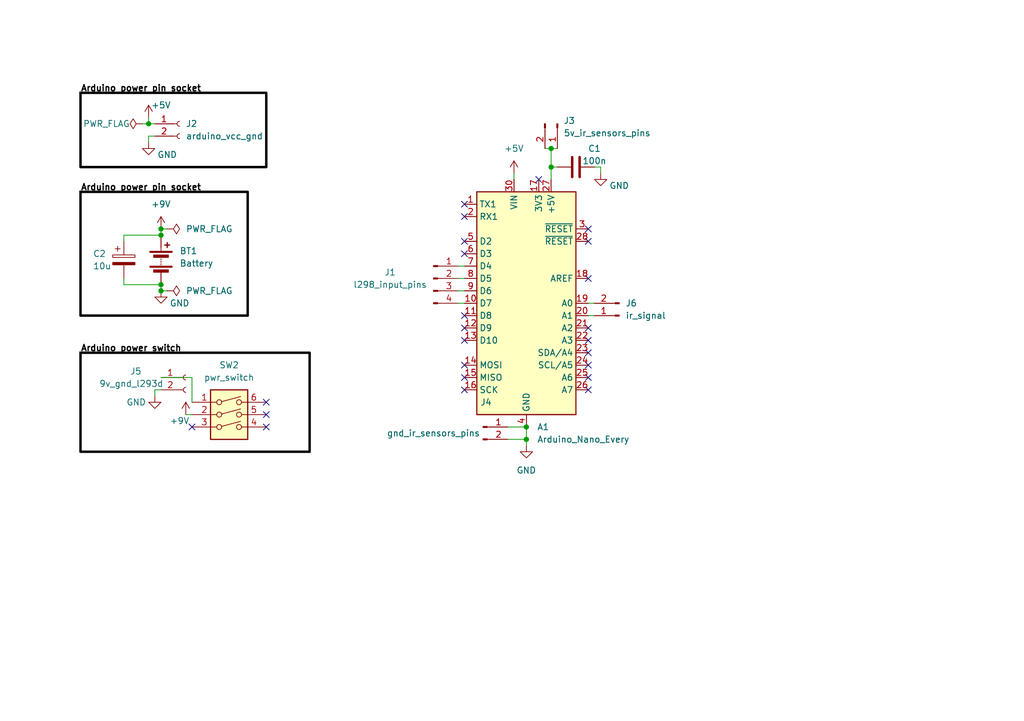
<source format=kicad_sch>
(kicad_sch (version 20230121) (generator eeschema)
  (paper "A5")
  (title_block (title "Arduino Nano Line Follower") (date "2023-10-10") (rev "0") (company "N/A") (comment 1 "N/A"))
  (lib_symbols
    (symbol "Connector:Conn_01x02_Pin" (pin_names (offset 1.016) hide)
      (property "Reference" "J" (at 0 2.54 0))
      (property "Value" "Conn_01x02_Pin" (at 0 -5.08 0))
      (symbol "Conn_01x02_Pin_1_1"
        (polyline (pts (xy 1.27 -2.54) (xy 0.8636 -2.54)) (stroke (width 0.1524)))
        (polyline (pts (xy 1.27 0) (xy 0.8636 0)) (stroke (width 0.1524)))
        (rectangle (start 0.8636 -2.413) (end 0 -2.667) (stroke (width 0.1524)) (fill (type outline)))
        (rectangle (start 0.8636 0.127) (end 0 -0.127) (stroke (width 0.1524)) (fill (type outline)))
        (pin passive line (at 5.08 0 180) (length 3.81) (name "Pin_1") (number "1"))
        (pin passive line (at 5.08 -2.54 180) (length 3.81) (name "Pin_2") (number "2"))
      )
    )
    (symbol "Connector:Conn_01x02_Socket" (pin_names (offset 1.016) hide)
      (property "Reference" "J" (at 0 2.54 0))
      (property "Value" "Conn_01x02_Socket" (at 0 -5.08 0))
      (symbol "Conn_01x02_Socket_1_1"
        (arc (start 0 -2.032) (mid -0.5058 -2.54) (end 0 -3.048) (stroke (width 0.1524)))
        (polyline (pts (xy -1.27 -2.54) (xy -0.508 -2.54)) (stroke (width 0.1524)))
        (polyline (pts (xy -1.27 0) (xy -0.508 0)) (stroke (width 0.1524)))
        (arc (start 0 0.508) (mid -0.5058 0) (end 0 -0.508) (stroke (width 0.1524)))
        (pin passive line (at -5.08 0 0) (length 3.81) (name "Pin_1") (number "1"))
        (pin passive line (at -5.08 -2.54 0) (length 3.81) (name "Pin_2") (number "2"))
      )
    )
    (symbol "Connector:Conn_01x04_Pin" (pin_names (offset 1.016) hide)
      (property "Reference" "J" (at 0 5.08 0))
      (property "Value" "Conn_01x04_Pin" (at 0 -7.62 0))
      (symbol "Conn_01x04_Pin_1_1"
        (polyline (pts (xy 1.27 -5.08) (xy 0.8636 -5.08)) (stroke (width 0.1524)))
        (polyline (pts (xy 1.27 -2.54) (xy 0.8636 -2.54)) (stroke (width 0.1524)))
        (polyline (pts (xy 1.27 0) (xy 0.8636 0)) (stroke (width 0.1524)))
        (polyline (pts (xy 1.27 2.54) (xy 0.8636 2.54)) (stroke (width 0.1524)))
        (rectangle (start 0.8636 -4.953) (end 0 -5.207) (stroke (width 0.1524)) (fill (type outline)))
        (rectangle (start 0.8636 -2.413) (end 0 -2.667) (stroke (width 0.1524)) (fill (type outline)))
        (rectangle (start 0.8636 0.127) (end 0 -0.127) (stroke (width 0.1524)) (fill (type outline)))
        (rectangle (start 0.8636 2.667) (end 0 2.413) (stroke (width 0.1524)) (fill (type outline)))
        (pin passive line (at 5.08 2.54 180) (length 3.81) (name "Pin_1") (number "1"))
        (pin passive line (at 5.08 0 180) (length 3.81) (name "Pin_2") (number "2"))
        (pin passive line (at 5.08 -2.54 180) (length 3.81) (name "Pin_3") (number "3"))
        (pin passive line (at 5.08 -5.08 180) (length 3.81) (name "Pin_4") (number "4"))
      )
    )
    (symbol "Device:Battery" (pin_numbers hide) (pin_names (offset 0) hide)
      (property "Reference" "BT" (at 2.54 2.54 0))
      (property "Value" "Battery" (at 2.54 0 0))
      (symbol "Battery_0_1"
        (rectangle (start -2.286 -1.27) (end 2.286 -1.524) (fill (type outline)))
        (rectangle (start -2.286 1.778) (end 2.286 1.524) (fill (type outline)))
        (rectangle (start -1.524 -2.032) (end 1.524 -2.54) (fill (type outline)))
        (rectangle (start -1.524 1.016) (end 1.524 0.508) (fill (type outline)))
        (polyline (pts (xy 0 -1.016) (xy 0 -0.762)))
        (polyline (pts (xy 0 -0.508) (xy 0 -0.254)))
        (polyline (pts (xy 0 0) (xy 0 0.254)))
        (polyline (pts (xy 0 1.778) (xy 0 2.54)))
        (polyline (pts (xy 0.762 3.048) (xy 1.778 3.048)) (stroke (width 0.254)))
        (polyline (pts (xy 1.27 3.556) (xy 1.27 2.54)) (stroke (width 0.254)))
      )
      (symbol "Battery_1_1"
        (pin passive line (at 0 5.08 270) (length 2.54) (name "+") (number "1"))
        (pin passive line (at 0 -5.08 90) (length 2.54) (name "-") (number "2"))
      )
    )
    (symbol "Device:C" (pin_numbers hide) (pin_names (offset 0.254))
      (property "Reference" "C" (at 0.635 2.54 0))
      (property "Value" "C" (at 0.635 -2.54 0))
      (symbol "C_0_1"
        (polyline (pts (xy -2.032 -0.762) (xy 2.032 -0.762)) (stroke (width 0.508)))
        (polyline (pts (xy -2.032 0.762) (xy 2.032 0.762)) (stroke (width 0.508)))
      )
      (symbol "C_1_1"
        (pin passive line (at 0 3.81 270) (length 2.794) (name "~") (number "1"))
        (pin passive line (at 0 -3.81 90) (length 2.794) (name "~") (number "2"))
      )
    )
    (symbol "Device:C_Polarized" (pin_numbers hide) (pin_names (offset 0.254))
      (property "Reference" "C" (at 0.635 2.54 0))
      (property "Value" "C_Polarized" (at 0.635 -2.54 0))
      (symbol "C_Polarized_0_1"
        (rectangle (start -2.286 0.508) (end 2.286 1.016))
        (polyline (pts (xy -1.778 2.286) (xy -0.762 2.286)))
        (polyline (pts (xy -1.27 2.794) (xy -1.27 1.778)))
        (rectangle (start 2.286 -0.508) (end -2.286 -1.016) (fill (type outline)))
      )
      (symbol "C_Polarized_1_1"
        (pin passive line (at 0 3.81 270) (length 2.794) (name "~") (number "1"))
        (pin passive line (at 0 -3.81 90) (length 2.794) (name "~") (number "2"))
      )
    )
    (symbol "MCU_Module:Arduino_Nano_Every"
      (property "Reference" "A" (at -10.16 23.495 0))
      (property "Value" "Arduino_Nano_Every" (at 5.08 -24.13 0))
      (symbol "Arduino_Nano_Every_0_1"
        (rectangle (start -10.16 22.86) (end 10.16 -22.86) (stroke (width 0.254)) (fill (type background)))
      )
      (symbol "Arduino_Nano_Every_1_1"
        (pin bidirectional line (at -12.7 20.32 0) (length 2.54) (name "TX1") (number "1"))
        (pin bidirectional line (at -12.7 0 0) (length 2.54) (name "D7") (number "10"))
        (pin bidirectional line (at -12.7 -2.54 0) (length 2.54) (name "D8") (number "11"))
        (pin bidirectional line (at -12.7 -5.08 0) (length 2.54) (name "D9") (number "12"))
        (pin bidirectional line (at -12.7 -7.62 0) (length 2.54) (name "D10") (number "13"))
        (pin bidirectional line (at -12.7 -12.7 0) (length 2.54) (name "MOSI") (number "14"))
        (pin bidirectional line (at -12.7 -15.24 0) (length 2.54) (name "MISO") (number "15"))
        (pin bidirectional line (at -12.7 -17.78 0) (length 2.54) (name "SCK") (number "16"))
        (pin power_out line (at 2.54 25.4 270) (length 2.54) (name "3V3") (number "17"))
        (pin input line (at 12.7 5.08 180) (length 2.54) (name "AREF") (number "18"))
        (pin bidirectional line (at 12.7 0 180) (length 2.54) (name "A0") (number "19"))
        (pin bidirectional line (at -12.7 17.78 0) (length 2.54) (name "RX1") (number "2"))
        (pin bidirectional line (at 12.7 -2.54 180) (length 2.54) (name "A1") (number "20"))
        (pin bidirectional line (at 12.7 -5.08 180) (length 2.54) (name "A2") (number "21"))
        (pin bidirectional line (at 12.7 -7.62 180) (length 2.54) (name "A3") (number "22"))
        (pin bidirectional line (at 12.7 -10.16 180) (length 2.54) (name "SDA/A4") (number "23"))
        (pin bidirectional line (at 12.7 -12.7 180) (length 2.54) (name "SCL/A5") (number "24"))
        (pin bidirectional line (at 12.7 -15.24 180) (length 2.54) (name "A6") (number "25"))
        (pin bidirectional line (at 12.7 -17.78 180) (length 2.54) (name "A7") (number "26"))
        (pin power_out line (at 5.08 25.4 270) (length 2.54) (name "+5V") (number "27"))
        (pin input line (at 12.7 12.7 180) (length 2.54) (name "~{RESET}") (number "28"))
        (pin passive line (at 0 -25.4 90) (length 2.54) hide (name "GND") (number "29"))
        (pin input line (at 12.7 15.24 180) (length 2.54) (name "~{RESET}") (number "3"))
        (pin power_in line (at -2.54 25.4 270) (length 2.54) (name "VIN") (number "30"))
        (pin power_in line (at 0 -25.4 90) (length 2.54) (name "GND") (number "4"))
        (pin bidirectional line (at -12.7 12.7 0) (length 2.54) (name "D2") (number "5"))
        (pin bidirectional line (at -12.7 10.16 0) (length 2.54) (name "D3") (number "6"))
        (pin bidirectional line (at -12.7 7.62 0) (length 2.54) (name "D4") (number "7"))
        (pin bidirectional line (at -12.7 5.08 0) (length 2.54) (name "D5") (number "8"))
        (pin bidirectional line (at -12.7 2.54 0) (length 2.54) (name "D6") (number "9"))
      )
    )
    (symbol "Switch:SW_DIP_x03" (pin_names (offset 0) hide)
      (property "Reference" "SW" (at 0 8.89 0))
      (property "Value" "SW_DIP_x03" (at 0 -3.81 0))
      (symbol "SW_DIP_x03_0_0"
        (circle (center -2.032 0) (radius 0.508))
        (circle (center -2.032 2.54) (radius 0.508))
        (circle (center -2.032 5.08) (radius 0.508))
        (polyline (pts (xy -1.524 0.127) (xy 2.3622 1.1684)))
        (polyline (pts (xy -1.524 2.667) (xy 2.3622 3.7084)))
        (polyline (pts (xy -1.524 5.207) (xy 2.3622 6.2484)))
        (circle (center 2.032 0) (radius 0.508))
        (circle (center 2.032 2.54) (radius 0.508))
        (circle (center 2.032 5.08) (radius 0.508))
      )
      (symbol "SW_DIP_x03_0_1"
        (rectangle (start -3.81 7.62) (end 3.81 -2.54) (stroke (width 0.254)) (fill (type background)))
      )
      (symbol "SW_DIP_x03_1_1"
        (pin passive line (at -7.62 5.08 0) (length 5.08) (name "~") (number "1"))
        (pin passive line (at -7.62 2.54 0) (length 5.08) (name "~") (number "2"))
        (pin passive line (at -7.62 0 0) (length 5.08) (name "~") (number "3"))
        (pin passive line (at 7.62 0 180) (length 5.08) (name "~") (number "4"))
        (pin passive line (at 7.62 2.54 180) (length 5.08) (name "~") (number "5"))
        (pin passive line (at 7.62 5.08 180) (length 5.08) (name "~") (number "6"))
      )
    )
    (symbol "power:+5V" (power) (pin_names (offset 0))
      (property "Value" "+5V" (at 0 3.556 0))
      (symbol "+5V_0_1"
        (polyline (pts (xy -0.762 1.27) (xy 0 2.54)))
        (polyline (pts (xy 0 0) (xy 0 2.54)))
        (polyline (pts (xy 0 2.54) (xy 0.762 1.27)))
      )
      (symbol "+5V_1_1"
        (pin power_in line (at 0 0 90) (length 0) hide (name "+5V") (number "1"))
      )
    )
    (symbol "power:+9V" (power) (pin_names (offset 0))
      (property "Value" "+9V" (at 0 3.556 0))
      (symbol "+9V_0_1"
        (polyline (pts (xy -0.762 1.27) (xy 0 2.54)))
        (polyline (pts (xy 0 0) (xy 0 2.54)))
        (polyline (pts (xy 0 2.54) (xy 0.762 1.27)))
      )
      (symbol "+9V_1_1"
        (pin power_in line (at 0 0 90) (length 0) hide (name "+9V") (number "1"))
      )
    )
    (symbol "power:GND" (power) (pin_names (offset 0))
      (property "Value" "GND" (at 0 -3.81 0))
      (symbol "GND_0_1"
        (polyline (pts (xy 0 0) (xy 0 -1.27) (xy 1.27 -1.27) (xy 0 -2.54) (xy -1.27 -1.27) (xy 0 -1.27)))
      )
      (symbol "GND_1_1"
        (pin power_in line (at 0 0 270) (length 0) hide (name "GND") (number "1"))
      )
    )
    (symbol "power:PWR_FLAG" (power) (pin_numbers hide) (pin_names (offset 0) hide)
      (property "Value" "PWR_FLAG" (at 0 3.81 0))
      (symbol "PWR_FLAG_0_0"
        (pin power_out line (at 0 0 90) (length 0) (name "pwr") (number "1"))
      )
      (symbol "PWR_FLAG_0_1"
        (polyline (pts (xy 0 0) (xy 0 1.27) (xy -1.016 1.905) (xy 0 2.54) (xy 1.016 1.905) (xy 0 1.27)))
      )
    )
  )
  (junction (at 33.02 46.99))
  (junction (at 113.03 30.48))
  (junction (at 33.02 59.69))
  (junction (at 107.95 90.17))
  (junction (at 33.02 48.26))
  (junction (at 30.48 25.4))
  (junction (at 33.02 58.42))
  (junction (at 107.95 87.63))
  (junction (at 113.03 34.29))
  (no_connect (at 95.25 49.53))
  (no_connect (at 120.65 72.39))
  (no_connect (at 54.61 82.55))
  (no_connect (at 95.25 80.01))
  (no_connect (at 95.25 64.77))
  (no_connect (at 110.49 36.83))
  (no_connect (at 95.25 74.93))
  (no_connect (at 54.61 85.09))
  (no_connect (at 120.65 69.85))
  (no_connect (at 95.25 44.45))
  (no_connect (at 95.25 52.07))
  (no_connect (at 39.37 87.63))
  (no_connect (at 120.65 57.15))
  (no_connect (at 120.65 77.47))
  (no_connect (at 95.25 67.31))
  (no_connect (at 120.65 46.99))
  (no_connect (at 95.25 77.47))
  (no_connect (at 54.61 87.63))
  (no_connect (at 120.65 80.01))
  (no_connect (at 95.25 41.91))
  (no_connect (at 120.65 49.53))
  (no_connect (at 95.25 69.85))
  (no_connect (at 120.65 74.93))
  (no_connect (at 120.65 67.31))
  (wire (pts (xy 120.65 64.77) (xy 121.92 64.77)))
  (wire (pts (xy 38.1 85.09) (xy 39.37 85.09)))
  (wire (pts (xy 25.4 49.53) (xy 25.4 48.26)))
  (wire (pts (xy 33.02 59.69) (xy 34.29 59.69)))
  (wire (pts (xy 30.48 29.21) (xy 30.48 27.94)))
  (wire (pts (xy 31.75 80.01) (xy 33.02 80.01)))
  (wire (pts (xy 33.02 46.99) (xy 33.02 48.26)))
  (wire (pts (xy 93.98 57.15) (xy 95.25 57.15)))
  (wire (pts (xy 39.37 77.47) (xy 39.37 82.55)))
  (wire (pts (xy 113.03 34.29) (xy 114.3 34.29)))
  (wire (pts (xy 30.48 27.94) (xy 31.75 27.94)))
  (wire (pts (xy 111.76 30.48) (xy 113.03 30.48)))
  (wire (pts (xy 25.4 58.42) (xy 33.02 58.42)))
  (wire (pts (xy 113.03 30.48) (xy 113.03 34.29)))
  (wire (pts (xy 120.65 62.23) (xy 121.92 62.23)))
  (wire (pts (xy 33.02 58.42) (xy 33.02 59.69)))
  (wire (pts (xy 25.4 48.26) (xy 33.02 48.26)))
  (wire (pts (xy 93.98 54.61) (xy 95.25 54.61)))
  (wire (pts (xy 29.21 25.4) (xy 30.48 25.4)))
  (wire (pts (xy 105.41 35.56) (xy 105.41 36.83)))
  (wire (pts (xy 107.95 90.17) (xy 107.95 91.44)))
  (wire (pts (xy 33.02 46.99) (xy 34.29 46.99)))
  (wire (pts (xy 25.4 57.15) (xy 25.4 58.42)))
  (wire (pts (xy 93.98 59.69) (xy 95.25 59.69)))
  (wire (pts (xy 113.03 34.29) (xy 113.03 36.83)))
  (wire (pts (xy 113.03 30.48) (xy 114.3 30.48)))
  (wire (pts (xy 33.02 77.47) (xy 39.37 77.47)))
  (wire (pts (xy 31.75 81.28) (xy 31.75 80.01)))
  (wire (pts (xy 30.48 25.4) (xy 31.75 25.4)))
  (wire (pts (xy 123.19 34.29) (xy 123.19 35.56)))
  (wire (pts (xy 30.48 25.4) (xy 30.48 24.13)))
  (wire (pts (xy 121.92 34.29) (xy 123.19 34.29)))
  (wire (pts (xy 107.95 87.63) (xy 107.95 90.17)))
  (wire (pts (xy 93.98 62.23) (xy 95.25 62.23)))
  (wire (pts (xy 104.14 90.17) (xy 107.95 90.17)))
  (wire (pts (xy 104.14 87.63) (xy 107.95 87.63)))
  (rectangle (start 16.51 72.39) (end 63.5 92.71) (stroke (width 0.5) (color 0 0 0 1)))
  (rectangle (start 16.51 19.05) (end 54.61 34.29) (stroke (width 0.5) (color 0 0 0 1)))
  (rectangle (start 16.51 39.37) (end 50.8 64.77) (stroke (width 0.5) (color 0 0 0 1)))
  (text "Arduino power pin socket" (at 16.51 39.37 0) (effects (font (size 1.27 1.27) (thickness 0.254) bold) (justify left bottom)))
  (text "Arduino power pin socket" (at 16.51 19.05 0) (effects (font (size 1.27 1.27) (thickness 0.254) bold) (justify left bottom)))
  (text "Arduino power switch" (at 16.51 72.39 0) (effects (font (size 1.27 1.27) (thickness 0.254) bold) (justify left bottom)))
  (symbol (lib_id "Device:Battery") (at 33.02 53.34 0) (unit 1)
    (property "Reference" "BT1" (at 36.83 51.4985 0) (effects (justify left)))
    (property "Value" "Battery" (at 36.83 54.0385 0) (effects (justify left)))
    (property "Footprint" "Connector_PinSocket_2.54mm:PinSocket_1x02_P2.54mm_Vertical" (effects hide))
  )
  (symbol (lib_id "Connector:Conn_01x02_Socket") (at 36.83 25.4 0) (unit 1)
    (property "Reference" "J2" (at 38.1 25.4 0) (effects (justify left)))
    (property "Value" "arduino_vcc_gnd" (at 38.1 27.94 0) (effects (justify left)))
    (property "Footprint" "Connector_PinSocket_2.54mm:PinSocket_1x02_P2.54mm_Vertical" (effects hide))
  )
  (symbol (lib_id "Device:C_Polarized") (at 25.4 53.34 0) (unit 1)
    (property "Reference" "C2" (at 19.05 52.07 0) (effects (justify left)))
    (property "Value" "10u" (at 19.05 54.61 0) (effects (justify left)))
    (property "Footprint" "Capacitor_THT:C_Radial_D4.0mm_H5.0mm_P1.50mm" (effects hide))
  )
  (symbol (lib_id "power:GND") (at 31.75 81.28 0) (unit 1)
    (property "Reference" "#PWR07" (effects hide))
    (property "Value" "GND" (at 27.94 82.55 0))
  )
  (symbol (lib_id "Connector:Conn_01x02_Pin") (at 114.3 25.4 270) (unit 1)
    (property "Reference" "J3" (at 115.57 24.765 90) (effects (justify left)))
    (property "Value" "5v_ir_sensors_pins" (at 115.57 27.305 90) (effects (justify left)))
    (property "Footprint" "Connector_PinHeader_2.54mm:PinHeader_1x02_P2.54mm_Vertical" (effects hide))
  )
  (symbol (lib_id "Connector:Conn_01x02_Socket") (at 38.1 77.47 0) (unit 1)
    (property "Reference" "J5" (at 26.67 76.2 0) (effects (justify left)))
    (property "Value" "9v_gnd_l293d" (at 20.32 78.74 0) (effects (justify left)))
    (property "Footprint" "Connector_PinSocket_2.54mm:PinSocket_1x02_P2.54mm_Vertical" (effects hide))
  )
  (symbol (lib_id "power:+9V") (at 33.02 46.99 0) (unit 1)
    (property "Reference" "#PWR05" (effects hide))
    (property "Value" "+9V" (at 33.02 41.91 0))
  )
  (symbol (lib_id "Connector:Conn_01x02_Pin") (at 99.06 87.63 0) (unit 1)
    (property "Reference" "J4" (at 99.695 82.55 0))
    (property "Value" "gnd_ir_sensors_pins" (at 88.9 88.9 0))
    (property "Footprint" "Connector_PinHeader_2.54mm:PinHeader_1x02_P2.54mm_Vertical" (effects hide))
  )
  (symbol (lib_id "MCU_Module:Arduino_Nano_Every") (at 107.95 62.23 0) (unit 1)
    (property "Reference" "A1" (at 110.1441 87.63 0) (effects (justify left)))
    (property "Value" "Arduino_Nano_Every" (at 110.1441 90.17 0) (effects (justify left)))
    (property "Footprint" "Module:Arduino_Nano" (effects hide))
    (property "Datasheet" "https://content.arduino.cc/assets/NANOEveryV3.0_sch.pdf" (effects hide))
  )
  (symbol (lib_id "Connector:Conn_01x04_Pin") (at 88.9 57.15 0) (unit 1)
    (property "Reference" "J1" (at 80.01 55.88 0))
    (property "Value" "l298_input_pins" (at 80.01 58.42 0))
    (property "Footprint" "Connector_PinHeader_2.54mm:PinHeader_1x04_P2.54mm_Vertical" (effects hide))
  )
  (symbol (lib_id "power:PWR_FLAG") (at 34.29 59.69 270) (unit 1)
    (property "Reference" "#FLG02" (effects hide))
    (property "Value" "PWR_FLAG" (at 38.1 59.69 90) (effects (justify left)))
  )
  (symbol (lib_id "power:GND") (at 33.02 59.69 0) (unit 1)
    (property "Reference" "#PWR06" (effects hide))
    (property "Value" "GND" (at 36.83 62.23 0))
  )
  (symbol (lib_id "power:+9V") (at 38.1 85.09 0) (unit 1)
    (property "Reference" "#PWR08" (effects hide))
    (property "Value" "+9V" (at 36.83 86.36 0))
  )
  (symbol (lib_id "power:GND") (at 107.95 91.44 0) (unit 1)
    (property "Reference" "#PWR02" (effects hide))
    (property "Value" "GND" (at 107.95 96.52 0))
  )
  (symbol (lib_id "power:PWR_FLAG") (at 34.29 46.99 270) (unit 1)
    (property "Reference" "#FLG01" (effects hide))
    (property "Value" "PWR_FLAG" (at 38.1 46.99 90) (effects (justify left)))
  )
  (symbol (lib_id "Device:C") (at 118.11 34.29 90) (unit 1)
    (property "Reference" "C1" (at 121.92 30.48 90))
    (property "Value" "100n" (at 121.92 33.02 90))
    (property "Footprint" "Capacitor_THT:C_Disc_D3.0mm_W1.6mm_P2.50mm" (effects hide))
  )
  (symbol (lib_id "power:+5V") (at 105.41 35.56 0) (unit 1)
    (property "Reference" "#PWR03" (effects hide))
    (property "Value" "+5V" (at 105.41 30.48 0))
  )
  (symbol (lib_id "Connector:Conn_01x02_Pin") (at 127 64.77 180) (unit 1)
    (property "Reference" "J6" (at 128.27 62.23 0) (effects (justify right)))
    (property "Value" "ir_signal" (at 128.27 64.77 0) (effects (justify right)))
    (property "Footprint" "Connector_PinHeader_2.54mm:PinHeader_1x02_P2.54mm_Vertical" (effects hide))
  )
  (symbol (lib_id "power:+5V") (at 30.48 24.13 0) (unit 1)
    (property "Reference" "#PWR04" (effects hide))
    (property "Value" "+5V" (at 33.02 21.59 0))
  )
  (symbol (lib_id "power:GND") (at 123.19 35.56 0) (unit 1)
    (property "Reference" "#PWR09" (effects hide))
    (property "Value" "GND" (at 127 38.1 0))
  )
  (symbol (lib_id "Switch:SW_DIP_x03") (at 46.99 87.63 0) (unit 1)
    (property "Reference" "SW2" (at 46.99 74.93 0))
    (property "Value" "pwr_switch" (at 46.99 77.47 0))
    (property "Footprint" "Button_Switch_THT:SW_NKK_G1xJP" (effects hide))
  )
  (symbol (lib_id "power:GND") (at 30.48 29.21 0) (unit 1)
    (property "Reference" "#PWR01" (effects hide))
    (property "Value" "GND" (at 34.29 31.75 0))
  )
  (symbol (lib_id "power:PWR_FLAG") (at 29.21 25.4 90) (unit 1)
    (property "Reference" "#FLG03" (effects hide))
    (property "Value" "PWR_FLAG" (at 26.67 25.4 90) (effects (justify left)))
  )
)
</source>
